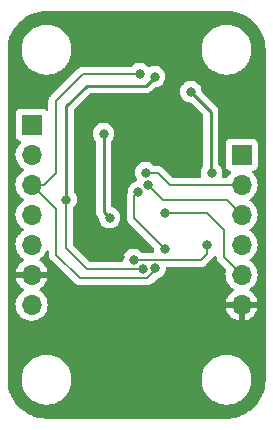
<source format=gbl>
%TF.GenerationSoftware,KiCad,Pcbnew,(6.0.4)*%
%TF.CreationDate,2022-04-27T14:48:19-04:00*%
%TF.ProjectId,bhi160_breakout,62686931-3630-45f6-9272-65616b6f7574,rev?*%
%TF.SameCoordinates,Original*%
%TF.FileFunction,Copper,L2,Bot*%
%TF.FilePolarity,Positive*%
%FSLAX46Y46*%
G04 Gerber Fmt 4.6, Leading zero omitted, Abs format (unit mm)*
G04 Created by KiCad (PCBNEW (6.0.4)) date 2022-04-27 14:48:19*
%MOMM*%
%LPD*%
G01*
G04 APERTURE LIST*
%TA.AperFunction,ComponentPad*%
%ADD10O,1.700000X1.700000*%
%TD*%
%TA.AperFunction,ComponentPad*%
%ADD11R,1.700000X1.700000*%
%TD*%
%TA.AperFunction,ViaPad*%
%ADD12C,0.800000*%
%TD*%
%TA.AperFunction,Conductor*%
%ADD13C,0.177800*%
%TD*%
%TA.AperFunction,Conductor*%
%ADD14C,0.250000*%
%TD*%
%TA.AperFunction,Conductor*%
%ADD15C,0.203200*%
%TD*%
G04 APERTURE END LIST*
D10*
%TO.P,J6,6,Pin_6*%
%TO.N,GND*%
X179070000Y-119380000D03*
%TO.P,J6,5,Pin_5*%
%TO.N,/ASCK*%
X179070000Y-116840000D03*
%TO.P,J6,4,Pin_4*%
%TO.N,/ASDA*%
X179070000Y-114300000D03*
%TO.P,J6,3,Pin_3*%
%TO.N,/SA_GPIO7*%
X179070000Y-111760000D03*
%TO.P,J6,2,Pin_2*%
%TO.N,/GPIO2*%
X179070000Y-109220000D03*
D11*
%TO.P,J6,1,Pin_1*%
%TO.N,/GPIO1*%
X179070000Y-106680000D03*
%TD*%
D10*
%TO.P,J5,7,Pin_7*%
%TO.N,GNDA*%
X161290000Y-119375000D03*
%TO.P,J5,6,Pin_6*%
%TO.N,GND*%
X161290000Y-116835000D03*
%TO.P,J5,5,Pin_5*%
%TO.N,/INT*%
X161290000Y-114295000D03*
%TO.P,J5,4,Pin_4*%
%TO.N,/SCK*%
X161290000Y-111755000D03*
%TO.P,J5,3,Pin_3*%
%TO.N,/SDA*%
X161290000Y-109215000D03*
%TO.P,J5,2,Pin_2*%
%TO.N,VDD*%
X161290000Y-106675000D03*
D11*
%TO.P,J5,1,Pin_1*%
%TO.N,VDDA*%
X161290000Y-104135000D03*
%TD*%
D12*
%TO.N,/SDA*%
X170434000Y-99822000D03*
%TO.N,/GPIO2*%
X170942000Y-108204000D03*
%TO.N,GND*%
X169400000Y-118600000D03*
%TO.N,/SDA*%
X171754800Y-116281200D03*
%TO.N,/SCK*%
X170738800Y-116382800D03*
%TO.N,GND*%
X168656000Y-101854000D03*
%TO.N,VDD*%
X174777400Y-101346000D03*
X176530000Y-108204000D03*
%TO.N,/ASCK*%
X172618400Y-111658400D03*
%TO.N,/SA_GPIO7*%
X171145200Y-109220000D03*
%TO.N,/SCK*%
X164211000Y-110490000D03*
%TO.N,Net-(C1-Pad1)*%
X170332400Y-109829600D03*
X172593000Y-114681000D03*
%TO.N,/ASDA*%
X176149000Y-114300000D03*
X169926000Y-115570000D03*
%TO.N,GND*%
X168783000Y-115316000D03*
X175260000Y-105664000D03*
X174650400Y-102616000D03*
X175133000Y-118110000D03*
X167005000Y-121920000D03*
%TO.N,/SCK*%
X171704000Y-100076000D03*
%TO.N,VDDA*%
X167386000Y-104902000D03*
X167894000Y-112014000D03*
%TD*%
D13*
%TO.N,/SDA*%
X162311000Y-109215000D02*
X161290000Y-109215000D01*
X163322000Y-108204000D02*
X162311000Y-109215000D01*
X163322000Y-102108000D02*
X163322000Y-108204000D01*
X165608000Y-99822000D02*
X163322000Y-102108000D01*
X170434000Y-99822000D02*
X165608000Y-99822000D01*
D14*
%TO.N,/SCK*%
X170942000Y-100838000D02*
X171704000Y-100076000D01*
X164236400Y-102590600D02*
X165989000Y-100838000D01*
X164236400Y-110464600D02*
X164236400Y-102590600D01*
X164211000Y-110490000D02*
X164236400Y-110464600D01*
X165989000Y-100838000D02*
X170942000Y-100838000D01*
%TO.N,VDDA*%
X167386000Y-111506000D02*
X167386000Y-104902000D01*
X167894000Y-112014000D02*
X167386000Y-111506000D01*
D13*
%TO.N,/GPIO2*%
X171958000Y-108204000D02*
X172974000Y-109220000D01*
X170942000Y-108204000D02*
X171958000Y-108204000D01*
X172974000Y-109220000D02*
X179070000Y-109220000D01*
D15*
%TO.N,/SA_GPIO7*%
X177800000Y-110490000D02*
X179070000Y-111760000D01*
X172415200Y-110490000D02*
X177800000Y-110490000D01*
X171145200Y-109220000D02*
X172415200Y-110490000D01*
D13*
%TO.N,Net-(C1-Pad1)*%
X170332400Y-109829600D02*
X169976800Y-110185200D01*
X169976800Y-110185200D02*
X169976800Y-112064800D01*
X169976800Y-112064800D02*
X172593000Y-114681000D01*
D14*
%TO.N,VDD*%
X176479200Y-108153200D02*
X176479200Y-103047800D01*
X176530000Y-108204000D02*
X176479200Y-108153200D01*
X176479200Y-103047800D02*
X174777400Y-101346000D01*
D13*
%TO.N,/ASCK*%
X177546000Y-115316000D02*
X179070000Y-116840000D01*
X177546000Y-113030000D02*
X177546000Y-115316000D01*
X176174400Y-111658400D02*
X177546000Y-113030000D01*
X172618400Y-111658400D02*
X176174400Y-111658400D01*
%TO.N,/SCK*%
X164211000Y-114579400D02*
X164211000Y-110490000D01*
X166014400Y-116382800D02*
X164211000Y-114579400D01*
X170738800Y-116382800D02*
X166014400Y-116382800D01*
%TO.N,/SDA*%
X163372800Y-115163600D02*
X163372800Y-111297800D01*
X163372800Y-111297800D02*
X161290000Y-109215000D01*
X165354000Y-117144800D02*
X163372800Y-115163600D01*
X171094400Y-117144800D02*
X165354000Y-117144800D01*
X171754800Y-116484400D02*
X171094400Y-117144800D01*
X171754800Y-116281200D02*
X171754800Y-116484400D01*
%TO.N,/ASDA*%
X176149000Y-115062000D02*
X176149000Y-114300000D01*
X175641000Y-115570000D02*
X176149000Y-115062000D01*
X169926000Y-115570000D02*
X175641000Y-115570000D01*
%TD*%
%TA.AperFunction,Conductor*%
%TO.N,GND*%
G36*
X177770018Y-94490000D02*
G01*
X177784851Y-94492310D01*
X177784855Y-94492310D01*
X177793724Y-94493691D01*
X177812436Y-94491244D01*
X177835366Y-94490353D01*
X178138503Y-94506240D01*
X178151617Y-94507618D01*
X178479898Y-94559613D01*
X178492798Y-94562355D01*
X178813846Y-94648379D01*
X178826382Y-94652453D01*
X179097468Y-94756513D01*
X179136672Y-94771562D01*
X179148720Y-94776926D01*
X179444867Y-94927820D01*
X179456288Y-94934414D01*
X179735040Y-95115437D01*
X179745710Y-95123190D01*
X180004004Y-95332352D01*
X180013805Y-95341177D01*
X180248823Y-95576195D01*
X180257648Y-95585996D01*
X180466810Y-95844290D01*
X180474563Y-95854960D01*
X180655586Y-96133712D01*
X180662180Y-96145133D01*
X180813074Y-96441280D01*
X180818438Y-96453328D01*
X180860313Y-96562414D01*
X180937545Y-96763610D01*
X180941621Y-96776154D01*
X181027645Y-97097202D01*
X181030387Y-97110102D01*
X181082382Y-97438383D01*
X181083760Y-97451500D01*
X181099262Y-97747298D01*
X181097935Y-97773273D01*
X181097691Y-97774843D01*
X181097691Y-97774849D01*
X181096309Y-97783724D01*
X181097473Y-97792626D01*
X181097473Y-97792628D01*
X181100436Y-97815283D01*
X181101500Y-97831621D01*
X181101500Y-125680633D01*
X181100000Y-125700018D01*
X181097690Y-125714851D01*
X181097690Y-125714855D01*
X181096309Y-125723724D01*
X181098136Y-125737693D01*
X181098756Y-125742433D01*
X181099647Y-125765366D01*
X181083760Y-126068501D01*
X181082382Y-126081617D01*
X181030387Y-126409898D01*
X181027645Y-126422798D01*
X180941621Y-126743846D01*
X180937547Y-126756382D01*
X180833487Y-127027468D01*
X180818438Y-127066672D01*
X180813074Y-127078720D01*
X180662180Y-127374867D01*
X180655586Y-127386288D01*
X180474563Y-127665040D01*
X180466810Y-127675710D01*
X180257648Y-127934004D01*
X180248823Y-127943805D01*
X180013805Y-128178823D01*
X180004004Y-128187648D01*
X179745710Y-128396810D01*
X179735040Y-128404563D01*
X179456288Y-128585586D01*
X179444867Y-128592180D01*
X179148720Y-128743074D01*
X179136671Y-128748438D01*
X178826382Y-128867547D01*
X178813846Y-128871621D01*
X178492798Y-128957645D01*
X178479898Y-128960387D01*
X178151617Y-129012382D01*
X178138501Y-129013760D01*
X178104848Y-129015524D01*
X177842702Y-129029262D01*
X177816727Y-129027935D01*
X177815157Y-129027691D01*
X177815151Y-129027691D01*
X177806276Y-129026309D01*
X177797374Y-129027473D01*
X177797372Y-129027473D01*
X177782323Y-129029441D01*
X177774714Y-129030436D01*
X177758379Y-129031500D01*
X162609367Y-129031500D01*
X162589982Y-129030000D01*
X162575149Y-129027690D01*
X162575145Y-129027690D01*
X162566276Y-129026309D01*
X162547564Y-129028756D01*
X162524634Y-129029647D01*
X162221497Y-129013760D01*
X162208383Y-129012382D01*
X161880102Y-128960387D01*
X161867202Y-128957645D01*
X161546154Y-128871621D01*
X161533618Y-128867547D01*
X161223329Y-128748438D01*
X161211280Y-128743074D01*
X160915133Y-128592180D01*
X160903712Y-128585586D01*
X160624960Y-128404563D01*
X160614290Y-128396810D01*
X160355996Y-128187648D01*
X160346195Y-128178823D01*
X160111177Y-127943805D01*
X160102352Y-127934004D01*
X159893190Y-127675710D01*
X159885437Y-127665040D01*
X159704414Y-127386288D01*
X159697820Y-127374867D01*
X159546926Y-127078720D01*
X159541562Y-127066672D01*
X159526513Y-127027468D01*
X159422453Y-126756382D01*
X159418379Y-126743846D01*
X159332355Y-126422798D01*
X159329613Y-126409898D01*
X159277618Y-126081617D01*
X159276240Y-126068501D01*
X159265454Y-125862703D01*
X160450743Y-125862703D01*
X160488268Y-126147734D01*
X160564129Y-126425036D01*
X160676923Y-126689476D01*
X160824561Y-126936161D01*
X161004313Y-127160528D01*
X161212851Y-127358423D01*
X161446317Y-127526186D01*
X161450112Y-127528195D01*
X161450113Y-127528196D01*
X161471869Y-127539715D01*
X161700392Y-127660712D01*
X161970373Y-127759511D01*
X162251264Y-127820755D01*
X162279841Y-127823004D01*
X162474282Y-127838307D01*
X162474291Y-127838307D01*
X162476739Y-127838500D01*
X162632271Y-127838500D01*
X162634407Y-127838354D01*
X162634418Y-127838354D01*
X162842548Y-127824165D01*
X162842554Y-127824164D01*
X162846825Y-127823873D01*
X162851020Y-127823004D01*
X162851022Y-127823004D01*
X162987583Y-127794724D01*
X163128342Y-127765574D01*
X163399343Y-127669607D01*
X163654812Y-127537750D01*
X163658313Y-127535289D01*
X163658317Y-127535287D01*
X163772417Y-127455096D01*
X163890023Y-127372441D01*
X164100622Y-127176740D01*
X164282713Y-126954268D01*
X164432927Y-126709142D01*
X164548483Y-126445898D01*
X164627244Y-126169406D01*
X164667751Y-125884784D01*
X164667845Y-125866951D01*
X164667867Y-125862703D01*
X175690743Y-125862703D01*
X175728268Y-126147734D01*
X175804129Y-126425036D01*
X175916923Y-126689476D01*
X176064561Y-126936161D01*
X176244313Y-127160528D01*
X176452851Y-127358423D01*
X176686317Y-127526186D01*
X176690112Y-127528195D01*
X176690113Y-127528196D01*
X176711869Y-127539715D01*
X176940392Y-127660712D01*
X177210373Y-127759511D01*
X177491264Y-127820755D01*
X177519841Y-127823004D01*
X177714282Y-127838307D01*
X177714291Y-127838307D01*
X177716739Y-127838500D01*
X177872271Y-127838500D01*
X177874407Y-127838354D01*
X177874418Y-127838354D01*
X178082548Y-127824165D01*
X178082554Y-127824164D01*
X178086825Y-127823873D01*
X178091020Y-127823004D01*
X178091022Y-127823004D01*
X178227583Y-127794724D01*
X178368342Y-127765574D01*
X178639343Y-127669607D01*
X178894812Y-127537750D01*
X178898313Y-127535289D01*
X178898317Y-127535287D01*
X179012417Y-127455096D01*
X179130023Y-127372441D01*
X179340622Y-127176740D01*
X179522713Y-126954268D01*
X179672927Y-126709142D01*
X179788483Y-126445898D01*
X179867244Y-126169406D01*
X179907751Y-125884784D01*
X179907845Y-125866951D01*
X179909235Y-125601583D01*
X179909235Y-125601576D01*
X179909257Y-125597297D01*
X179871732Y-125312266D01*
X179795871Y-125034964D01*
X179683077Y-124770524D01*
X179535439Y-124523839D01*
X179355687Y-124299472D01*
X179147149Y-124101577D01*
X178913683Y-123933814D01*
X178891843Y-123922250D01*
X178868654Y-123909972D01*
X178659608Y-123799288D01*
X178389627Y-123700489D01*
X178108736Y-123639245D01*
X178077685Y-123636801D01*
X177885718Y-123621693D01*
X177885709Y-123621693D01*
X177883261Y-123621500D01*
X177727729Y-123621500D01*
X177725593Y-123621646D01*
X177725582Y-123621646D01*
X177517452Y-123635835D01*
X177517446Y-123635836D01*
X177513175Y-123636127D01*
X177508980Y-123636996D01*
X177508978Y-123636996D01*
X177372416Y-123665277D01*
X177231658Y-123694426D01*
X176960657Y-123790393D01*
X176705188Y-123922250D01*
X176701687Y-123924711D01*
X176701683Y-123924713D01*
X176691594Y-123931804D01*
X176469977Y-124087559D01*
X176259378Y-124283260D01*
X176077287Y-124505732D01*
X175927073Y-124750858D01*
X175811517Y-125014102D01*
X175732756Y-125290594D01*
X175692249Y-125575216D01*
X175692227Y-125579505D01*
X175692226Y-125579512D01*
X175691195Y-125776416D01*
X175690743Y-125862703D01*
X164667867Y-125862703D01*
X164669235Y-125601583D01*
X164669235Y-125601576D01*
X164669257Y-125597297D01*
X164631732Y-125312266D01*
X164555871Y-125034964D01*
X164443077Y-124770524D01*
X164295439Y-124523839D01*
X164115687Y-124299472D01*
X163907149Y-124101577D01*
X163673683Y-123933814D01*
X163651843Y-123922250D01*
X163628654Y-123909972D01*
X163419608Y-123799288D01*
X163149627Y-123700489D01*
X162868736Y-123639245D01*
X162837685Y-123636801D01*
X162645718Y-123621693D01*
X162645709Y-123621693D01*
X162643261Y-123621500D01*
X162487729Y-123621500D01*
X162485593Y-123621646D01*
X162485582Y-123621646D01*
X162277452Y-123635835D01*
X162277446Y-123635836D01*
X162273175Y-123636127D01*
X162268980Y-123636996D01*
X162268978Y-123636996D01*
X162132416Y-123665277D01*
X161991658Y-123694426D01*
X161720657Y-123790393D01*
X161465188Y-123922250D01*
X161461687Y-123924711D01*
X161461683Y-123924713D01*
X161451594Y-123931804D01*
X161229977Y-124087559D01*
X161019378Y-124283260D01*
X160837287Y-124505732D01*
X160687073Y-124750858D01*
X160571517Y-125014102D01*
X160492756Y-125290594D01*
X160452249Y-125575216D01*
X160452227Y-125579505D01*
X160452226Y-125579512D01*
X160451195Y-125776416D01*
X160450743Y-125862703D01*
X159265454Y-125862703D01*
X159260932Y-125776413D01*
X159262506Y-125748910D01*
X159262770Y-125747341D01*
X159263576Y-125742552D01*
X159263729Y-125730000D01*
X159259773Y-125702376D01*
X159258500Y-125684514D01*
X159258500Y-119341695D01*
X159927251Y-119341695D01*
X159927548Y-119346848D01*
X159927548Y-119346851D01*
X159933011Y-119441590D01*
X159940110Y-119564715D01*
X159941247Y-119569761D01*
X159941248Y-119569767D01*
X159956733Y-119638475D01*
X159989222Y-119782639D01*
X160073266Y-119989616D01*
X160189987Y-120180088D01*
X160336250Y-120348938D01*
X160508126Y-120491632D01*
X160701000Y-120604338D01*
X160909692Y-120684030D01*
X160914760Y-120685061D01*
X160914763Y-120685062D01*
X161022017Y-120706883D01*
X161128597Y-120728567D01*
X161133772Y-120728757D01*
X161133774Y-120728757D01*
X161346673Y-120736564D01*
X161346677Y-120736564D01*
X161351837Y-120736753D01*
X161356957Y-120736097D01*
X161356959Y-120736097D01*
X161568288Y-120709025D01*
X161568289Y-120709025D01*
X161573416Y-120708368D01*
X161578366Y-120706883D01*
X161782429Y-120645661D01*
X161782434Y-120645659D01*
X161787384Y-120644174D01*
X161987994Y-120545896D01*
X162169860Y-120416173D01*
X162328096Y-120258489D01*
X162387594Y-120175689D01*
X162455435Y-120081277D01*
X162458453Y-120077077D01*
X162557430Y-119876811D01*
X162622370Y-119663069D01*
X162624358Y-119647966D01*
X177738257Y-119647966D01*
X177768565Y-119782446D01*
X177771645Y-119792275D01*
X177851770Y-119989603D01*
X177856413Y-119998794D01*
X177967694Y-120180388D01*
X177973777Y-120188699D01*
X178113213Y-120349667D01*
X178120580Y-120356883D01*
X178284434Y-120492916D01*
X178292881Y-120498831D01*
X178476756Y-120606279D01*
X178486042Y-120610729D01*
X178685001Y-120686703D01*
X178694899Y-120689579D01*
X178798250Y-120710606D01*
X178812299Y-120709410D01*
X178816000Y-120699065D01*
X178816000Y-120698517D01*
X179324000Y-120698517D01*
X179328064Y-120712359D01*
X179341478Y-120714393D01*
X179348184Y-120713534D01*
X179358262Y-120711392D01*
X179562255Y-120650191D01*
X179571842Y-120646433D01*
X179763095Y-120552739D01*
X179771945Y-120547464D01*
X179945328Y-120423792D01*
X179953200Y-120417139D01*
X180104052Y-120266812D01*
X180110730Y-120258965D01*
X180235003Y-120086020D01*
X180240313Y-120077183D01*
X180334670Y-119886267D01*
X180338469Y-119876672D01*
X180400377Y-119672910D01*
X180402555Y-119662837D01*
X180403986Y-119651962D01*
X180401775Y-119637778D01*
X180388617Y-119634000D01*
X179342115Y-119634000D01*
X179326876Y-119638475D01*
X179325671Y-119639865D01*
X179324000Y-119647548D01*
X179324000Y-120698517D01*
X178816000Y-120698517D01*
X178816000Y-119652115D01*
X178811525Y-119636876D01*
X178810135Y-119635671D01*
X178802452Y-119634000D01*
X177753225Y-119634000D01*
X177739694Y-119637973D01*
X177738257Y-119647966D01*
X162624358Y-119647966D01*
X162651529Y-119441590D01*
X162653156Y-119375000D01*
X162634852Y-119152361D01*
X162580431Y-118935702D01*
X162491354Y-118730840D01*
X162451906Y-118669862D01*
X162372822Y-118547617D01*
X162372820Y-118547614D01*
X162370014Y-118543277D01*
X162219670Y-118378051D01*
X162215619Y-118374852D01*
X162215615Y-118374848D01*
X162048414Y-118242800D01*
X162048410Y-118242798D01*
X162044359Y-118239598D01*
X162002569Y-118216529D01*
X161952598Y-118166097D01*
X161937826Y-118096654D01*
X161962942Y-118030248D01*
X161990294Y-118003641D01*
X162165328Y-117878792D01*
X162173200Y-117872139D01*
X162324052Y-117721812D01*
X162330730Y-117713965D01*
X162455003Y-117541020D01*
X162460313Y-117532183D01*
X162554670Y-117341267D01*
X162558469Y-117331672D01*
X162620377Y-117127910D01*
X162622555Y-117117837D01*
X162623986Y-117106962D01*
X162621775Y-117092778D01*
X162608617Y-117089000D01*
X159973225Y-117089000D01*
X159959694Y-117092973D01*
X159958257Y-117102966D01*
X159988565Y-117237446D01*
X159991645Y-117247275D01*
X160071770Y-117444603D01*
X160076413Y-117453794D01*
X160187694Y-117635388D01*
X160193777Y-117643699D01*
X160333213Y-117804667D01*
X160340580Y-117811883D01*
X160504434Y-117947916D01*
X160512881Y-117953831D01*
X160581969Y-117994203D01*
X160630693Y-118045842D01*
X160643764Y-118115625D01*
X160617033Y-118181396D01*
X160576584Y-118214752D01*
X160563607Y-118221507D01*
X160559474Y-118224610D01*
X160559471Y-118224612D01*
X160389100Y-118352530D01*
X160384965Y-118355635D01*
X160230629Y-118517138D01*
X160227715Y-118521410D01*
X160227714Y-118521411D01*
X160209838Y-118547617D01*
X160104743Y-118701680D01*
X160010688Y-118904305D01*
X159950989Y-119119570D01*
X159927251Y-119341695D01*
X159258500Y-119341695D01*
X159258500Y-114261695D01*
X159927251Y-114261695D01*
X159927548Y-114266848D01*
X159927548Y-114266851D01*
X159933490Y-114369908D01*
X159940110Y-114484715D01*
X159941247Y-114489761D01*
X159941248Y-114489767D01*
X159960768Y-114576380D01*
X159989222Y-114702639D01*
X160027461Y-114796811D01*
X160067373Y-114895102D01*
X160073266Y-114909616D01*
X160189987Y-115100088D01*
X160336250Y-115268938D01*
X160508126Y-115411632D01*
X160581955Y-115454774D01*
X160630679Y-115506412D01*
X160643750Y-115576195D01*
X160617019Y-115641967D01*
X160576562Y-115675327D01*
X160568457Y-115679546D01*
X160559738Y-115685036D01*
X160389433Y-115812905D01*
X160381726Y-115819748D01*
X160234590Y-115973717D01*
X160228104Y-115981727D01*
X160108098Y-116157649D01*
X160103000Y-116166623D01*
X160013338Y-116359783D01*
X160009775Y-116369470D01*
X159954389Y-116569183D01*
X159955912Y-116577607D01*
X159968292Y-116581000D01*
X162608344Y-116581000D01*
X162621875Y-116577027D01*
X162623180Y-116567947D01*
X162581214Y-116400875D01*
X162577894Y-116391124D01*
X162492972Y-116195814D01*
X162488105Y-116186739D01*
X162372426Y-116007926D01*
X162366136Y-115999757D01*
X162222806Y-115842240D01*
X162215273Y-115835215D01*
X162048139Y-115703222D01*
X162039556Y-115697520D01*
X162002602Y-115677120D01*
X161952631Y-115626687D01*
X161937859Y-115557245D01*
X161962975Y-115490839D01*
X161990327Y-115464232D01*
X162013797Y-115447491D01*
X162169860Y-115336173D01*
X162178881Y-115327184D01*
X162288494Y-115217953D01*
X162328096Y-115178489D01*
X162344679Y-115155412D01*
X162455435Y-115001277D01*
X162458453Y-114997077D01*
X162467454Y-114978866D01*
X162536443Y-114839275D01*
X162584556Y-114787068D01*
X162653257Y-114769161D01*
X162720734Y-114791239D01*
X162765562Y-114846293D01*
X162775400Y-114895102D01*
X162775400Y-115116186D01*
X162774322Y-115132633D01*
X162770245Y-115163600D01*
X162775400Y-115202755D01*
X162790777Y-115319553D01*
X162850972Y-115464877D01*
X162874482Y-115495516D01*
X162936389Y-115576195D01*
X162946729Y-115589671D01*
X162953282Y-115594699D01*
X162971515Y-115608690D01*
X162983906Y-115619557D01*
X164898039Y-117533690D01*
X164908907Y-117546081D01*
X164909058Y-117546277D01*
X164927929Y-117570871D01*
X165052723Y-117666628D01*
X165198047Y-117726823D01*
X165354000Y-117747355D01*
X165362188Y-117746277D01*
X165362189Y-117746277D01*
X165384969Y-117743278D01*
X165401415Y-117742200D01*
X171046986Y-117742200D01*
X171063433Y-117743278D01*
X171094400Y-117747355D01*
X171133555Y-117742200D01*
X171250353Y-117726823D01*
X171395677Y-117666628D01*
X171520471Y-117570871D01*
X171525494Y-117564325D01*
X171525498Y-117564321D01*
X171539489Y-117546088D01*
X171550354Y-117533698D01*
X171879854Y-117204197D01*
X171942754Y-117170045D01*
X172030630Y-117151367D01*
X172030633Y-117151366D01*
X172037088Y-117149994D01*
X172097855Y-117122939D01*
X172205522Y-117075003D01*
X172205524Y-117075002D01*
X172211552Y-117072318D01*
X172366053Y-116960066D01*
X172370475Y-116955155D01*
X172489421Y-116823052D01*
X172489422Y-116823051D01*
X172493840Y-116818144D01*
X172589327Y-116652756D01*
X172648342Y-116471128D01*
X172656063Y-116397672D01*
X172668304Y-116281200D01*
X172671110Y-116281495D01*
X172687616Y-116225279D01*
X172741272Y-116178786D01*
X172793614Y-116167400D01*
X175593586Y-116167400D01*
X175610033Y-116168478D01*
X175641000Y-116172555D01*
X175680155Y-116167400D01*
X175796953Y-116152023D01*
X175942277Y-116091828D01*
X176067071Y-115996071D01*
X176086090Y-115971285D01*
X176096957Y-115958894D01*
X176537890Y-115517961D01*
X176550281Y-115507093D01*
X176568525Y-115493094D01*
X176568526Y-115493093D01*
X176575071Y-115488071D01*
X176670828Y-115363277D01*
X176673987Y-115355649D01*
X176673990Y-115355645D01*
X176702465Y-115286898D01*
X176747013Y-115231616D01*
X176814376Y-115209195D01*
X176883167Y-115226753D01*
X176931546Y-115278714D01*
X176943796Y-115318668D01*
X176951054Y-115373794D01*
X176956353Y-115414047D01*
X176963977Y-115471953D01*
X177024172Y-115617277D01*
X177119929Y-115742071D01*
X177126482Y-115747099D01*
X177144715Y-115761090D01*
X177157106Y-115771957D01*
X177730862Y-116345713D01*
X177764888Y-116408025D01*
X177763184Y-116468480D01*
X177730989Y-116584570D01*
X177707251Y-116806695D01*
X177707548Y-116811848D01*
X177707548Y-116811851D01*
X177713011Y-116906590D01*
X177720110Y-117029715D01*
X177721247Y-117034761D01*
X177721248Y-117034767D01*
X177742275Y-117128069D01*
X177769222Y-117247639D01*
X177853266Y-117454616D01*
X177855965Y-117459020D01*
X177920496Y-117564325D01*
X177969987Y-117645088D01*
X178116250Y-117813938D01*
X178186354Y-117872139D01*
X178277628Y-117947916D01*
X178288126Y-117956632D01*
X178352421Y-117994203D01*
X178361955Y-117999774D01*
X178410679Y-118051412D01*
X178423750Y-118121195D01*
X178397019Y-118186967D01*
X178356562Y-118220327D01*
X178348457Y-118224546D01*
X178339738Y-118230036D01*
X178169433Y-118357905D01*
X178161726Y-118364748D01*
X178014590Y-118518717D01*
X178008104Y-118526727D01*
X177888098Y-118702649D01*
X177883000Y-118711623D01*
X177793338Y-118904783D01*
X177789775Y-118914470D01*
X177734389Y-119114183D01*
X177735912Y-119122607D01*
X177748292Y-119126000D01*
X180388344Y-119126000D01*
X180401875Y-119122027D01*
X180403180Y-119112947D01*
X180361214Y-118945875D01*
X180357894Y-118936124D01*
X180272972Y-118740814D01*
X180268105Y-118731739D01*
X180152426Y-118552926D01*
X180146136Y-118544757D01*
X180002806Y-118387240D01*
X179995273Y-118380215D01*
X179828139Y-118248222D01*
X179819556Y-118242520D01*
X179782602Y-118222120D01*
X179732631Y-118171687D01*
X179717859Y-118102245D01*
X179742975Y-118035839D01*
X179770327Y-118009232D01*
X179793797Y-117992491D01*
X179949860Y-117881173D01*
X180108096Y-117723489D01*
X180167594Y-117640689D01*
X180235435Y-117546277D01*
X180238453Y-117542077D01*
X180286628Y-117444603D01*
X180335136Y-117346453D01*
X180335137Y-117346451D01*
X180337430Y-117341811D01*
X180369900Y-117234940D01*
X180400865Y-117133023D01*
X180400865Y-117133021D01*
X180402370Y-117128069D01*
X180431529Y-116906590D01*
X180433156Y-116840000D01*
X180414852Y-116617361D01*
X180360431Y-116400702D01*
X180271354Y-116195840D01*
X180204066Y-116091828D01*
X180152822Y-116012617D01*
X180152820Y-116012614D01*
X180150014Y-116008277D01*
X179999670Y-115843051D01*
X179995619Y-115839852D01*
X179995615Y-115839848D01*
X179828414Y-115707800D01*
X179828410Y-115707798D01*
X179824359Y-115704598D01*
X179783053Y-115681796D01*
X179733084Y-115631364D01*
X179718312Y-115561921D01*
X179743428Y-115495516D01*
X179770780Y-115468909D01*
X179847695Y-115414046D01*
X179949860Y-115341173D01*
X179979774Y-115311364D01*
X180031209Y-115260107D01*
X180108096Y-115183489D01*
X180165222Y-115103990D01*
X180235435Y-115006277D01*
X180238453Y-115002077D01*
X180253022Y-114972600D01*
X180335136Y-114806453D01*
X180335137Y-114806451D01*
X180337430Y-114801811D01*
X180402370Y-114588069D01*
X180431529Y-114366590D01*
X180431651Y-114361590D01*
X180433074Y-114303365D01*
X180433074Y-114303361D01*
X180433156Y-114300000D01*
X180414852Y-114077361D01*
X180360431Y-113860702D01*
X180271354Y-113655840D01*
X180221520Y-113578808D01*
X180152822Y-113472617D01*
X180152820Y-113472614D01*
X180150014Y-113468277D01*
X179999670Y-113303051D01*
X179995619Y-113299852D01*
X179995615Y-113299848D01*
X179828414Y-113167800D01*
X179828410Y-113167798D01*
X179824359Y-113164598D01*
X179783053Y-113141796D01*
X179733084Y-113091364D01*
X179718312Y-113021921D01*
X179743428Y-112955516D01*
X179770780Y-112928909D01*
X179847694Y-112874047D01*
X179949860Y-112801173D01*
X180108096Y-112643489D01*
X180163131Y-112566900D01*
X180235435Y-112466277D01*
X180238453Y-112462077D01*
X180273444Y-112391279D01*
X180335136Y-112266453D01*
X180335137Y-112266451D01*
X180337430Y-112261811D01*
X180397287Y-112064800D01*
X180400865Y-112053023D01*
X180400865Y-112053021D01*
X180402370Y-112048069D01*
X180431529Y-111826590D01*
X180432376Y-111791942D01*
X180433074Y-111763365D01*
X180433074Y-111763361D01*
X180433156Y-111760000D01*
X180414852Y-111537361D01*
X180360431Y-111320702D01*
X180271354Y-111115840D01*
X180220489Y-111037215D01*
X180152822Y-110932617D01*
X180152820Y-110932614D01*
X180150014Y-110928277D01*
X179999670Y-110763051D01*
X179995619Y-110759852D01*
X179995615Y-110759848D01*
X179828414Y-110627800D01*
X179828410Y-110627798D01*
X179824359Y-110624598D01*
X179783053Y-110601796D01*
X179733084Y-110551364D01*
X179718312Y-110481921D01*
X179743428Y-110415516D01*
X179770780Y-110388909D01*
X179847420Y-110334242D01*
X179949860Y-110261173D01*
X180108096Y-110103489D01*
X180165222Y-110023990D01*
X180235435Y-109926277D01*
X180238453Y-109922077D01*
X180258705Y-109881101D01*
X180335136Y-109726453D01*
X180335137Y-109726451D01*
X180337430Y-109721811D01*
X180402370Y-109508069D01*
X180431529Y-109286590D01*
X180433156Y-109220000D01*
X180414852Y-108997361D01*
X180360431Y-108780702D01*
X180271354Y-108575840D01*
X180208491Y-108478668D01*
X180152822Y-108392617D01*
X180152820Y-108392614D01*
X180150014Y-108388277D01*
X180146532Y-108384450D01*
X180002798Y-108226488D01*
X179971746Y-108162642D01*
X179980141Y-108092143D01*
X180025317Y-108037375D01*
X180051761Y-108023706D01*
X180158297Y-107983767D01*
X180166705Y-107980615D01*
X180283261Y-107893261D01*
X180370615Y-107776705D01*
X180421745Y-107640316D01*
X180428500Y-107578134D01*
X180428500Y-105781866D01*
X180421745Y-105719684D01*
X180370615Y-105583295D01*
X180283261Y-105466739D01*
X180166705Y-105379385D01*
X180030316Y-105328255D01*
X179968134Y-105321500D01*
X178171866Y-105321500D01*
X178109684Y-105328255D01*
X177973295Y-105379385D01*
X177856739Y-105466739D01*
X177769385Y-105583295D01*
X177718255Y-105719684D01*
X177711500Y-105781866D01*
X177711500Y-107578134D01*
X177718255Y-107640316D01*
X177769385Y-107776705D01*
X177856739Y-107893261D01*
X177973295Y-107980615D01*
X177981704Y-107983767D01*
X177981705Y-107983768D01*
X178090451Y-108024535D01*
X178147216Y-108067176D01*
X178171916Y-108133738D01*
X178156709Y-108203087D01*
X178137316Y-108229568D01*
X178010629Y-108362138D01*
X177884743Y-108546680D01*
X177882563Y-108551377D01*
X177880012Y-108555867D01*
X177878609Y-108555070D01*
X177836543Y-108603016D01*
X177769077Y-108622600D01*
X177522666Y-108622600D01*
X177454545Y-108602598D01*
X177408052Y-108548942D01*
X177397948Y-108478668D01*
X177402833Y-108457664D01*
X177421502Y-108400206D01*
X177423542Y-108393928D01*
X177428632Y-108345505D01*
X177442814Y-108210565D01*
X177443504Y-108204000D01*
X177436119Y-108133738D01*
X177424232Y-108020635D01*
X177424232Y-108020633D01*
X177423542Y-108014072D01*
X177364527Y-107832444D01*
X177269040Y-107667056D01*
X177145063Y-107529365D01*
X177114347Y-107465360D01*
X177112700Y-107445057D01*
X177112700Y-103126568D01*
X177113227Y-103115385D01*
X177114902Y-103107892D01*
X177112762Y-103039801D01*
X177112700Y-103035844D01*
X177112700Y-103007944D01*
X177112196Y-103003953D01*
X177111263Y-102992111D01*
X177110123Y-102955836D01*
X177109874Y-102947911D01*
X177104607Y-102929782D01*
X177104221Y-102928452D01*
X177100212Y-102909093D01*
X177099719Y-102905194D01*
X177097674Y-102889003D01*
X177094758Y-102881637D01*
X177094756Y-102881631D01*
X177081400Y-102847898D01*
X177077555Y-102836668D01*
X177067430Y-102801817D01*
X177067430Y-102801816D01*
X177065219Y-102794207D01*
X177054905Y-102776766D01*
X177046208Y-102759013D01*
X177041672Y-102747558D01*
X177038752Y-102740183D01*
X177012763Y-102704412D01*
X177006247Y-102694492D01*
X176987778Y-102663263D01*
X176983742Y-102656438D01*
X176969421Y-102642117D01*
X176956580Y-102627083D01*
X176949331Y-102617106D01*
X176944672Y-102610693D01*
X176910595Y-102582502D01*
X176901816Y-102574512D01*
X175724522Y-101397217D01*
X175690496Y-101334905D01*
X175688307Y-101321292D01*
X175671632Y-101162635D01*
X175671632Y-101162633D01*
X175670942Y-101156072D01*
X175611927Y-100974444D01*
X175516440Y-100809056D01*
X175471144Y-100758749D01*
X175393075Y-100672045D01*
X175393074Y-100672044D01*
X175388653Y-100667134D01*
X175234152Y-100554882D01*
X175228124Y-100552198D01*
X175228122Y-100552197D01*
X175065719Y-100479891D01*
X175065718Y-100479891D01*
X175059688Y-100477206D01*
X174947121Y-100453279D01*
X174879344Y-100438872D01*
X174879339Y-100438872D01*
X174872887Y-100437500D01*
X174681913Y-100437500D01*
X174675461Y-100438872D01*
X174675456Y-100438872D01*
X174607679Y-100453279D01*
X174495112Y-100477206D01*
X174489082Y-100479891D01*
X174489081Y-100479891D01*
X174326678Y-100552197D01*
X174326676Y-100552198D01*
X174320648Y-100554882D01*
X174166147Y-100667134D01*
X174161726Y-100672044D01*
X174161725Y-100672045D01*
X174083657Y-100758749D01*
X174038360Y-100809056D01*
X173942873Y-100974444D01*
X173883858Y-101156072D01*
X173863896Y-101346000D01*
X173864586Y-101352565D01*
X173875612Y-101457468D01*
X173883858Y-101535928D01*
X173942873Y-101717556D01*
X174038360Y-101882944D01*
X174042778Y-101887851D01*
X174042779Y-101887852D01*
X174107954Y-101960236D01*
X174166147Y-102024866D01*
X174320648Y-102137118D01*
X174326676Y-102139802D01*
X174326678Y-102139803D01*
X174489081Y-102212109D01*
X174495112Y-102214794D01*
X174588512Y-102234647D01*
X174675456Y-102253128D01*
X174675461Y-102253128D01*
X174681913Y-102254500D01*
X174737806Y-102254500D01*
X174805927Y-102274502D01*
X174826901Y-102291405D01*
X175808795Y-103273299D01*
X175842821Y-103335611D01*
X175845700Y-103362394D01*
X175845700Y-107557895D01*
X175825698Y-107626016D01*
X175813341Y-107642199D01*
X175790960Y-107667056D01*
X175695473Y-107832444D01*
X175636458Y-108014072D01*
X175635768Y-108020633D01*
X175635768Y-108020635D01*
X175623881Y-108133738D01*
X175616496Y-108204000D01*
X175617186Y-108210565D01*
X175631369Y-108345505D01*
X175636458Y-108393928D01*
X175638498Y-108400206D01*
X175657167Y-108457664D01*
X175659194Y-108528632D01*
X175622532Y-108589429D01*
X175558820Y-108620755D01*
X175537334Y-108622600D01*
X173273641Y-108622600D01*
X173205520Y-108602598D01*
X173184546Y-108585695D01*
X172413961Y-107815110D01*
X172403093Y-107802719D01*
X172389094Y-107784475D01*
X172389093Y-107784474D01*
X172384071Y-107777929D01*
X172259277Y-107682172D01*
X172113953Y-107621977D01*
X171997155Y-107606600D01*
X171958000Y-107601445D01*
X171949812Y-107602523D01*
X171949811Y-107602523D01*
X171927031Y-107605522D01*
X171910585Y-107606600D01*
X171682703Y-107606600D01*
X171614582Y-107586598D01*
X171589072Y-107564915D01*
X171553253Y-107525134D01*
X171398752Y-107412882D01*
X171392724Y-107410198D01*
X171392722Y-107410197D01*
X171230319Y-107337891D01*
X171230318Y-107337891D01*
X171224288Y-107335206D01*
X171130888Y-107315353D01*
X171043944Y-107296872D01*
X171043939Y-107296872D01*
X171037487Y-107295500D01*
X170846513Y-107295500D01*
X170840061Y-107296872D01*
X170840056Y-107296872D01*
X170753113Y-107315353D01*
X170659712Y-107335206D01*
X170653682Y-107337891D01*
X170653681Y-107337891D01*
X170491278Y-107410197D01*
X170491276Y-107410198D01*
X170485248Y-107412882D01*
X170330747Y-107525134D01*
X170326326Y-107530044D01*
X170326325Y-107530045D01*
X170219274Y-107648938D01*
X170202960Y-107667056D01*
X170107473Y-107832444D01*
X170048458Y-108014072D01*
X170047768Y-108020633D01*
X170047768Y-108020635D01*
X170035881Y-108133738D01*
X170028496Y-108204000D01*
X170029186Y-108210565D01*
X170043369Y-108345505D01*
X170048458Y-108393928D01*
X170107473Y-108575556D01*
X170110776Y-108581278D01*
X170110777Y-108581279D01*
X170123086Y-108602598D01*
X170202960Y-108740944D01*
X170207379Y-108745852D01*
X170207579Y-108746127D01*
X170231437Y-108812995D01*
X170215355Y-108882146D01*
X170164441Y-108931626D01*
X170131839Y-108943433D01*
X170056578Y-108959431D01*
X170056573Y-108959433D01*
X170050112Y-108960806D01*
X170044082Y-108963491D01*
X170044081Y-108963491D01*
X169881678Y-109035797D01*
X169881676Y-109035798D01*
X169875648Y-109038482D01*
X169870307Y-109042362D01*
X169870306Y-109042363D01*
X169820243Y-109078736D01*
X169721147Y-109150734D01*
X169716726Y-109155644D01*
X169716725Y-109155645D01*
X169661800Y-109216646D01*
X169593360Y-109292656D01*
X169497873Y-109458044D01*
X169438858Y-109639672D01*
X169438168Y-109646233D01*
X169438168Y-109646235D01*
X169420178Y-109817400D01*
X169418896Y-109829600D01*
X169419586Y-109836165D01*
X169427406Y-109910573D01*
X169418505Y-109971960D01*
X169400393Y-110015689D01*
X169394777Y-110029247D01*
X169374245Y-110185200D01*
X169375323Y-110193388D01*
X169375323Y-110193389D01*
X169378322Y-110216169D01*
X169379400Y-110232615D01*
X169379400Y-112017386D01*
X169378322Y-112033833D01*
X169374245Y-112064800D01*
X169375323Y-112072988D01*
X169384577Y-112143274D01*
X169384577Y-112143275D01*
X169391081Y-112192675D01*
X169394777Y-112220753D01*
X169397936Y-112228380D01*
X169397937Y-112228383D01*
X169417579Y-112275802D01*
X169454972Y-112366077D01*
X169459999Y-112372628D01*
X169531858Y-112466277D01*
X169550729Y-112490871D01*
X169557282Y-112495899D01*
X169575515Y-112509890D01*
X169587906Y-112520757D01*
X171643529Y-114576380D01*
X171677555Y-114638692D01*
X171679148Y-114667830D01*
X171680186Y-114667830D01*
X171680186Y-114674435D01*
X171679496Y-114681000D01*
X171692682Y-114806453D01*
X171695517Y-114833429D01*
X171682745Y-114903268D01*
X171634243Y-114955115D01*
X171570207Y-114972600D01*
X170666703Y-114972600D01*
X170598582Y-114952598D01*
X170573072Y-114930915D01*
X170537253Y-114891134D01*
X170414311Y-114801811D01*
X170388094Y-114782763D01*
X170388093Y-114782762D01*
X170382752Y-114778882D01*
X170376724Y-114776198D01*
X170376722Y-114776197D01*
X170214319Y-114703891D01*
X170214318Y-114703891D01*
X170208288Y-114701206D01*
X170095721Y-114677279D01*
X170027944Y-114662872D01*
X170027939Y-114662872D01*
X170021487Y-114661500D01*
X169830513Y-114661500D01*
X169824061Y-114662872D01*
X169824056Y-114662872D01*
X169756279Y-114677279D01*
X169643712Y-114701206D01*
X169637682Y-114703891D01*
X169637681Y-114703891D01*
X169475278Y-114776197D01*
X169475276Y-114776198D01*
X169469248Y-114778882D01*
X169463907Y-114782762D01*
X169463906Y-114782763D01*
X169437689Y-114801811D01*
X169314747Y-114891134D01*
X169310326Y-114896044D01*
X169310325Y-114896045D01*
X169214854Y-115002077D01*
X169186960Y-115033056D01*
X169091473Y-115198444D01*
X169032458Y-115380072D01*
X169031768Y-115386633D01*
X169031768Y-115386635D01*
X169023545Y-115464877D01*
X169012496Y-115570000D01*
X169013186Y-115576565D01*
X169020508Y-115646230D01*
X169007736Y-115716068D01*
X168959234Y-115767915D01*
X168895198Y-115785400D01*
X166314042Y-115785400D01*
X166245921Y-115765398D01*
X166224947Y-115748495D01*
X164845305Y-114368854D01*
X164811280Y-114306542D01*
X164808400Y-114279759D01*
X164808400Y-111232617D01*
X164828402Y-111164496D01*
X164840757Y-111148315D01*
X164950040Y-111026944D01*
X165031212Y-110886350D01*
X165042223Y-110867279D01*
X165042224Y-110867278D01*
X165045527Y-110861556D01*
X165104542Y-110679928D01*
X165110620Y-110622104D01*
X165123814Y-110496565D01*
X165124504Y-110490000D01*
X165112044Y-110371452D01*
X165105232Y-110306635D01*
X165105232Y-110306633D01*
X165104542Y-110300072D01*
X165045527Y-110118444D01*
X164950040Y-109953056D01*
X164902262Y-109899993D01*
X164871546Y-109835987D01*
X164869900Y-109815685D01*
X164869900Y-104902000D01*
X166472496Y-104902000D01*
X166473186Y-104908565D01*
X166486636Y-105036531D01*
X166492458Y-105091928D01*
X166551473Y-105273556D01*
X166554776Y-105279278D01*
X166554777Y-105279279D01*
X166579367Y-105321869D01*
X166646960Y-105438944D01*
X166720137Y-105520215D01*
X166750853Y-105584221D01*
X166752500Y-105604524D01*
X166752500Y-111427233D01*
X166751973Y-111438416D01*
X166750298Y-111445909D01*
X166750547Y-111453835D01*
X166750547Y-111453836D01*
X166752438Y-111513986D01*
X166752500Y-111517945D01*
X166752500Y-111545856D01*
X166752997Y-111549790D01*
X166752997Y-111549791D01*
X166753005Y-111549856D01*
X166753938Y-111561693D01*
X166755327Y-111605889D01*
X166760978Y-111625339D01*
X166764987Y-111644700D01*
X166767526Y-111664797D01*
X166770445Y-111672168D01*
X166770445Y-111672170D01*
X166783804Y-111705912D01*
X166787649Y-111717142D01*
X166799982Y-111759593D01*
X166804015Y-111766412D01*
X166804017Y-111766417D01*
X166810293Y-111777028D01*
X166818988Y-111794776D01*
X166826448Y-111813617D01*
X166831110Y-111820033D01*
X166831110Y-111820034D01*
X166852436Y-111849387D01*
X166858952Y-111859307D01*
X166881458Y-111897362D01*
X166895779Y-111911683D01*
X166908619Y-111926716D01*
X166920528Y-111943107D01*
X166926632Y-111948156D01*
X166926636Y-111948161D01*
X166938425Y-111957913D01*
X166978164Y-112016747D01*
X166983421Y-112041828D01*
X167000458Y-112203928D01*
X167059473Y-112385556D01*
X167154960Y-112550944D01*
X167159378Y-112555851D01*
X167159379Y-112555852D01*
X167202668Y-112603929D01*
X167282747Y-112692866D01*
X167339278Y-112733938D01*
X167429063Y-112799171D01*
X167437248Y-112805118D01*
X167443276Y-112807802D01*
X167443278Y-112807803D01*
X167605681Y-112880109D01*
X167611712Y-112882794D01*
X167689804Y-112899393D01*
X167792056Y-112921128D01*
X167792061Y-112921128D01*
X167798513Y-112922500D01*
X167989487Y-112922500D01*
X167995939Y-112921128D01*
X167995944Y-112921128D01*
X168098196Y-112899393D01*
X168176288Y-112882794D01*
X168182319Y-112880109D01*
X168344722Y-112807803D01*
X168344724Y-112807802D01*
X168350752Y-112805118D01*
X168358938Y-112799171D01*
X168448722Y-112733938D01*
X168505253Y-112692866D01*
X168585332Y-112603929D01*
X168628621Y-112555852D01*
X168628622Y-112555851D01*
X168633040Y-112550944D01*
X168728527Y-112385556D01*
X168787542Y-112203928D01*
X168805420Y-112033833D01*
X168806814Y-112020565D01*
X168807504Y-112014000D01*
X168800753Y-111949767D01*
X168788232Y-111830635D01*
X168788232Y-111830633D01*
X168787542Y-111824072D01*
X168728527Y-111642444D01*
X168718652Y-111625339D01*
X168655500Y-111515958D01*
X168633040Y-111477056D01*
X168565948Y-111402542D01*
X168509675Y-111340045D01*
X168509674Y-111340044D01*
X168505253Y-111335134D01*
X168350752Y-111222882D01*
X168344724Y-111220198D01*
X168344722Y-111220197D01*
X168219614Y-111164496D01*
X168176288Y-111145206D01*
X168119302Y-111133093D01*
X168056829Y-111099365D01*
X168022508Y-111037215D01*
X168019500Y-111009847D01*
X168019500Y-105604524D01*
X168039502Y-105536403D01*
X168051858Y-105520221D01*
X168125040Y-105438944D01*
X168192633Y-105321869D01*
X168217223Y-105279279D01*
X168217224Y-105279278D01*
X168220527Y-105273556D01*
X168279542Y-105091928D01*
X168285365Y-105036531D01*
X168298814Y-104908565D01*
X168299504Y-104902000D01*
X168279542Y-104712072D01*
X168220527Y-104530444D01*
X168125040Y-104365056D01*
X167997253Y-104223134D01*
X167842752Y-104110882D01*
X167836724Y-104108198D01*
X167836722Y-104108197D01*
X167674319Y-104035891D01*
X167674318Y-104035891D01*
X167668288Y-104033206D01*
X167574887Y-104013353D01*
X167487944Y-103994872D01*
X167487939Y-103994872D01*
X167481487Y-103993500D01*
X167290513Y-103993500D01*
X167284061Y-103994872D01*
X167284056Y-103994872D01*
X167197112Y-104013353D01*
X167103712Y-104033206D01*
X167097682Y-104035891D01*
X167097681Y-104035891D01*
X166935278Y-104108197D01*
X166935276Y-104108198D01*
X166929248Y-104110882D01*
X166774747Y-104223134D01*
X166646960Y-104365056D01*
X166551473Y-104530444D01*
X166492458Y-104712072D01*
X166472496Y-104902000D01*
X164869900Y-104902000D01*
X164869900Y-102905194D01*
X164889902Y-102837073D01*
X164906805Y-102816099D01*
X166214499Y-101508405D01*
X166276811Y-101474379D01*
X166303594Y-101471500D01*
X170863233Y-101471500D01*
X170874416Y-101472027D01*
X170881909Y-101473702D01*
X170889835Y-101473453D01*
X170889836Y-101473453D01*
X170949986Y-101471562D01*
X170953945Y-101471500D01*
X170981856Y-101471500D01*
X170985791Y-101471003D01*
X170985856Y-101470995D01*
X170997693Y-101470062D01*
X171029951Y-101469048D01*
X171033970Y-101468922D01*
X171041889Y-101468673D01*
X171061343Y-101463021D01*
X171080700Y-101459013D01*
X171092930Y-101457468D01*
X171092931Y-101457468D01*
X171100797Y-101456474D01*
X171108168Y-101453555D01*
X171108170Y-101453555D01*
X171141912Y-101440196D01*
X171153142Y-101436351D01*
X171187983Y-101426229D01*
X171187984Y-101426229D01*
X171195593Y-101424018D01*
X171202412Y-101419985D01*
X171202417Y-101419983D01*
X171213028Y-101413707D01*
X171230776Y-101405012D01*
X171249617Y-101397552D01*
X171285387Y-101371564D01*
X171295307Y-101365048D01*
X171326535Y-101346580D01*
X171326538Y-101346578D01*
X171333362Y-101342542D01*
X171347683Y-101328221D01*
X171362717Y-101315380D01*
X171372693Y-101308132D01*
X171379107Y-101303472D01*
X171407293Y-101269401D01*
X171415282Y-101260622D01*
X171654499Y-101021405D01*
X171716811Y-100987379D01*
X171743594Y-100984500D01*
X171799487Y-100984500D01*
X171805939Y-100983128D01*
X171805944Y-100983128D01*
X171892888Y-100964647D01*
X171986288Y-100944794D01*
X171992319Y-100942109D01*
X172154722Y-100869803D01*
X172154724Y-100869802D01*
X172160752Y-100867118D01*
X172315253Y-100754866D01*
X172394247Y-100667134D01*
X172438621Y-100617852D01*
X172438622Y-100617851D01*
X172443040Y-100612944D01*
X172538527Y-100447556D01*
X172597542Y-100265928D01*
X172617504Y-100076000D01*
X172597542Y-99886072D01*
X172538527Y-99704444D01*
X172443040Y-99539056D01*
X172336676Y-99420926D01*
X172319675Y-99402045D01*
X172319674Y-99402044D01*
X172315253Y-99397134D01*
X172181797Y-99300172D01*
X172166094Y-99288763D01*
X172166093Y-99288762D01*
X172160752Y-99284882D01*
X172154724Y-99282198D01*
X172154722Y-99282197D01*
X171992319Y-99209891D01*
X171992318Y-99209891D01*
X171986288Y-99207206D01*
X171871985Y-99182910D01*
X171805944Y-99168872D01*
X171805939Y-99168872D01*
X171799487Y-99167500D01*
X171608513Y-99167500D01*
X171602061Y-99168872D01*
X171602056Y-99168872D01*
X171536015Y-99182910D01*
X171421712Y-99207206D01*
X171415685Y-99209889D01*
X171415677Y-99209892D01*
X171277792Y-99271282D01*
X171207425Y-99280716D01*
X171143128Y-99250609D01*
X171132908Y-99240485D01*
X171049675Y-99148045D01*
X171049674Y-99148044D01*
X171045253Y-99143134D01*
X170890752Y-99030882D01*
X170884724Y-99028198D01*
X170884722Y-99028197D01*
X170722319Y-98955891D01*
X170722318Y-98955891D01*
X170716288Y-98953206D01*
X170622887Y-98933353D01*
X170535944Y-98914872D01*
X170535939Y-98914872D01*
X170529487Y-98913500D01*
X170338513Y-98913500D01*
X170332061Y-98914872D01*
X170332056Y-98914872D01*
X170245113Y-98933353D01*
X170151712Y-98953206D01*
X170145682Y-98955891D01*
X170145681Y-98955891D01*
X169983278Y-99028197D01*
X169983276Y-99028198D01*
X169977248Y-99030882D01*
X169822747Y-99143134D01*
X169786931Y-99182912D01*
X169726488Y-99220150D01*
X169693297Y-99224600D01*
X165655414Y-99224600D01*
X165638967Y-99223522D01*
X165616188Y-99220523D01*
X165608000Y-99219445D01*
X165568845Y-99224600D01*
X165452047Y-99239977D01*
X165306723Y-99300172D01*
X165181929Y-99395929D01*
X165176901Y-99402482D01*
X165162910Y-99420715D01*
X165152043Y-99433106D01*
X162933110Y-101652039D01*
X162920719Y-101662907D01*
X162895929Y-101681929D01*
X162810469Y-101793304D01*
X162800172Y-101806723D01*
X162739977Y-101952047D01*
X162719445Y-102108000D01*
X162720523Y-102116188D01*
X162720523Y-102116189D01*
X162723522Y-102138969D01*
X162724600Y-102155415D01*
X162724600Y-102840687D01*
X162704598Y-102908808D01*
X162650942Y-102955301D01*
X162580668Y-102965405D01*
X162516088Y-102935911D01*
X162509505Y-102929782D01*
X162508642Y-102928919D01*
X162503261Y-102921739D01*
X162386705Y-102834385D01*
X162250316Y-102783255D01*
X162188134Y-102776500D01*
X160391866Y-102776500D01*
X160329684Y-102783255D01*
X160193295Y-102834385D01*
X160076739Y-102921739D01*
X159989385Y-103038295D01*
X159938255Y-103174684D01*
X159931500Y-103236866D01*
X159931500Y-105033134D01*
X159938255Y-105095316D01*
X159989385Y-105231705D01*
X160076739Y-105348261D01*
X160193295Y-105435615D01*
X160201704Y-105438767D01*
X160201705Y-105438768D01*
X160310451Y-105479535D01*
X160367216Y-105522176D01*
X160391916Y-105588738D01*
X160376709Y-105658087D01*
X160357316Y-105684568D01*
X160230629Y-105817138D01*
X160104743Y-106001680D01*
X160010688Y-106204305D01*
X159950989Y-106419570D01*
X159927251Y-106641695D01*
X159940110Y-106864715D01*
X159941247Y-106869761D01*
X159941248Y-106869767D01*
X159962275Y-106963069D01*
X159989222Y-107082639D01*
X160027461Y-107176811D01*
X160066936Y-107274026D01*
X160073266Y-107289616D01*
X160102849Y-107337891D01*
X160180962Y-107465360D01*
X160189987Y-107480088D01*
X160336250Y-107648938D01*
X160508126Y-107791632D01*
X160538300Y-107809264D01*
X160581445Y-107834476D01*
X160630169Y-107886114D01*
X160643240Y-107955897D01*
X160616509Y-108021669D01*
X160576055Y-108055027D01*
X160563607Y-108061507D01*
X160559474Y-108064610D01*
X160559471Y-108064612D01*
X160389100Y-108192530D01*
X160384965Y-108195635D01*
X160230629Y-108357138D01*
X160227715Y-108361410D01*
X160227714Y-108361411D01*
X160201250Y-108400206D01*
X160104743Y-108541680D01*
X160088887Y-108575840D01*
X160014904Y-108735223D01*
X160010688Y-108744305D01*
X159950989Y-108959570D01*
X159927251Y-109181695D01*
X159927548Y-109186848D01*
X159927548Y-109186851D01*
X159939812Y-109399547D01*
X159940110Y-109404715D01*
X159941247Y-109409761D01*
X159941248Y-109409767D01*
X159952128Y-109458044D01*
X159989222Y-109622639D01*
X160014281Y-109684352D01*
X160068306Y-109817400D01*
X160073266Y-109829616D01*
X160189987Y-110020088D01*
X160336250Y-110188938D01*
X160508126Y-110331632D01*
X160558086Y-110360826D01*
X160581445Y-110374476D01*
X160630169Y-110426114D01*
X160643240Y-110495897D01*
X160616509Y-110561669D01*
X160576055Y-110595027D01*
X160563607Y-110601507D01*
X160559474Y-110604610D01*
X160559471Y-110604612D01*
X160389100Y-110732530D01*
X160384965Y-110735635D01*
X160230629Y-110897138D01*
X160227715Y-110901410D01*
X160227714Y-110901411D01*
X160185071Y-110963924D01*
X160104743Y-111081680D01*
X160073816Y-111148306D01*
X160025274Y-111252883D01*
X160010688Y-111284305D01*
X159950989Y-111499570D01*
X159927251Y-111721695D01*
X159927548Y-111726848D01*
X159927548Y-111726851D01*
X159939812Y-111939547D01*
X159940110Y-111944715D01*
X159941247Y-111949761D01*
X159941248Y-111949767D01*
X159959320Y-112029956D01*
X159989222Y-112162639D01*
X160042036Y-112292705D01*
X160067373Y-112355102D01*
X160073266Y-112369616D01*
X160075965Y-112374020D01*
X160184384Y-112550944D01*
X160189987Y-112560088D01*
X160336250Y-112728938D01*
X160508126Y-112871632D01*
X160578595Y-112912811D01*
X160581445Y-112914476D01*
X160630169Y-112966114D01*
X160643240Y-113035897D01*
X160616509Y-113101669D01*
X160576055Y-113135027D01*
X160563607Y-113141507D01*
X160559474Y-113144610D01*
X160559471Y-113144612D01*
X160431699Y-113240546D01*
X160384965Y-113275635D01*
X160230629Y-113437138D01*
X160227715Y-113441410D01*
X160227714Y-113441411D01*
X160180457Y-113510687D01*
X160104743Y-113621680D01*
X160090905Y-113651492D01*
X160015058Y-113814891D01*
X160010688Y-113824305D01*
X159950989Y-114039570D01*
X159927251Y-114261695D01*
X159258500Y-114261695D01*
X159258500Y-97922703D01*
X160450743Y-97922703D01*
X160488268Y-98207734D01*
X160564129Y-98485036D01*
X160676923Y-98749476D01*
X160688693Y-98769142D01*
X160775911Y-98914872D01*
X160824561Y-98996161D01*
X161004313Y-99220528D01*
X161093538Y-99305199D01*
X161196053Y-99402482D01*
X161212851Y-99418423D01*
X161446317Y-99586186D01*
X161450112Y-99588195D01*
X161450113Y-99588196D01*
X161471869Y-99599715D01*
X161700392Y-99720712D01*
X161970373Y-99819511D01*
X162251264Y-99880755D01*
X162279841Y-99883004D01*
X162474282Y-99898307D01*
X162474291Y-99898307D01*
X162476739Y-99898500D01*
X162632271Y-99898500D01*
X162634407Y-99898354D01*
X162634418Y-99898354D01*
X162842548Y-99884165D01*
X162842554Y-99884164D01*
X162846825Y-99883873D01*
X162851020Y-99883004D01*
X162851022Y-99883004D01*
X162987583Y-99854724D01*
X163128342Y-99825574D01*
X163399343Y-99729607D01*
X163654812Y-99597750D01*
X163658313Y-99595289D01*
X163658317Y-99595287D01*
X163772418Y-99515095D01*
X163890023Y-99432441D01*
X164007886Y-99322916D01*
X164097479Y-99239661D01*
X164097481Y-99239658D01*
X164100622Y-99236740D01*
X164282713Y-99014268D01*
X164432927Y-98769142D01*
X164548483Y-98505898D01*
X164627244Y-98229406D01*
X164667751Y-97944784D01*
X164667845Y-97926951D01*
X164667867Y-97922703D01*
X175690743Y-97922703D01*
X175728268Y-98207734D01*
X175804129Y-98485036D01*
X175916923Y-98749476D01*
X175928693Y-98769142D01*
X176015911Y-98914872D01*
X176064561Y-98996161D01*
X176244313Y-99220528D01*
X176333538Y-99305199D01*
X176436053Y-99402482D01*
X176452851Y-99418423D01*
X176686317Y-99586186D01*
X176690112Y-99588195D01*
X176690113Y-99588196D01*
X176711869Y-99599715D01*
X176940392Y-99720712D01*
X177210373Y-99819511D01*
X177491264Y-99880755D01*
X177519841Y-99883004D01*
X177714282Y-99898307D01*
X177714291Y-99898307D01*
X177716739Y-99898500D01*
X177872271Y-99898500D01*
X177874407Y-99898354D01*
X177874418Y-99898354D01*
X178082548Y-99884165D01*
X178082554Y-99884164D01*
X178086825Y-99883873D01*
X178091020Y-99883004D01*
X178091022Y-99883004D01*
X178227583Y-99854724D01*
X178368342Y-99825574D01*
X178639343Y-99729607D01*
X178894812Y-99597750D01*
X178898313Y-99595289D01*
X178898317Y-99595287D01*
X179012418Y-99515095D01*
X179130023Y-99432441D01*
X179247886Y-99322916D01*
X179337479Y-99239661D01*
X179337481Y-99239658D01*
X179340622Y-99236740D01*
X179522713Y-99014268D01*
X179672927Y-98769142D01*
X179788483Y-98505898D01*
X179867244Y-98229406D01*
X179907751Y-97944784D01*
X179907845Y-97926951D01*
X179909235Y-97661583D01*
X179909235Y-97661576D01*
X179909257Y-97657297D01*
X179871732Y-97372266D01*
X179795871Y-97094964D01*
X179683077Y-96830524D01*
X179535439Y-96583839D01*
X179355687Y-96359472D01*
X179147149Y-96161577D01*
X178913683Y-95993814D01*
X178891843Y-95982250D01*
X178868654Y-95969972D01*
X178659608Y-95859288D01*
X178389627Y-95760489D01*
X178108736Y-95699245D01*
X178077685Y-95696801D01*
X177885718Y-95681693D01*
X177885709Y-95681693D01*
X177883261Y-95681500D01*
X177727729Y-95681500D01*
X177725593Y-95681646D01*
X177725582Y-95681646D01*
X177517452Y-95695835D01*
X177517446Y-95695836D01*
X177513175Y-95696127D01*
X177508980Y-95696996D01*
X177508978Y-95696996D01*
X177372417Y-95725276D01*
X177231658Y-95754426D01*
X176960657Y-95850393D01*
X176705188Y-95982250D01*
X176701687Y-95984711D01*
X176701683Y-95984713D01*
X176691594Y-95991804D01*
X176469977Y-96147559D01*
X176259378Y-96343260D01*
X176077287Y-96565732D01*
X175927073Y-96810858D01*
X175811517Y-97074102D01*
X175732756Y-97350594D01*
X175692249Y-97635216D01*
X175692227Y-97639505D01*
X175692226Y-97639512D01*
X175691263Y-97823420D01*
X175690743Y-97922703D01*
X164667867Y-97922703D01*
X164669235Y-97661583D01*
X164669235Y-97661576D01*
X164669257Y-97657297D01*
X164631732Y-97372266D01*
X164555871Y-97094964D01*
X164443077Y-96830524D01*
X164295439Y-96583839D01*
X164115687Y-96359472D01*
X163907149Y-96161577D01*
X163673683Y-95993814D01*
X163651843Y-95982250D01*
X163628654Y-95969972D01*
X163419608Y-95859288D01*
X163149627Y-95760489D01*
X162868736Y-95699245D01*
X162837685Y-95696801D01*
X162645718Y-95681693D01*
X162645709Y-95681693D01*
X162643261Y-95681500D01*
X162487729Y-95681500D01*
X162485593Y-95681646D01*
X162485582Y-95681646D01*
X162277452Y-95695835D01*
X162277446Y-95695836D01*
X162273175Y-95696127D01*
X162268980Y-95696996D01*
X162268978Y-95696996D01*
X162132417Y-95725276D01*
X161991658Y-95754426D01*
X161720657Y-95850393D01*
X161465188Y-95982250D01*
X161461687Y-95984711D01*
X161461683Y-95984713D01*
X161451594Y-95991804D01*
X161229977Y-96147559D01*
X161019378Y-96343260D01*
X160837287Y-96565732D01*
X160687073Y-96810858D01*
X160571517Y-97074102D01*
X160492756Y-97350594D01*
X160452249Y-97635216D01*
X160452227Y-97639505D01*
X160452226Y-97639512D01*
X160451263Y-97823420D01*
X160450743Y-97922703D01*
X159258500Y-97922703D01*
X159258500Y-97843250D01*
X159260246Y-97822345D01*
X159262770Y-97807344D01*
X159262770Y-97807341D01*
X159263576Y-97802552D01*
X159263729Y-97790000D01*
X159263039Y-97785180D01*
X159261644Y-97775437D01*
X159260545Y-97750983D01*
X159276240Y-97451500D01*
X159277618Y-97438383D01*
X159329613Y-97110102D01*
X159332355Y-97097202D01*
X159418379Y-96776154D01*
X159422455Y-96763610D01*
X159499688Y-96562414D01*
X159541562Y-96453328D01*
X159546926Y-96441280D01*
X159697820Y-96145133D01*
X159704414Y-96133712D01*
X159885437Y-95854960D01*
X159893190Y-95844290D01*
X160102352Y-95585996D01*
X160111177Y-95576195D01*
X160346195Y-95341177D01*
X160355996Y-95332352D01*
X160614290Y-95123190D01*
X160624960Y-95115437D01*
X160903712Y-94934414D01*
X160915133Y-94927820D01*
X161211280Y-94776926D01*
X161223328Y-94771562D01*
X161262532Y-94756513D01*
X161533618Y-94652453D01*
X161546154Y-94648379D01*
X161867202Y-94562355D01*
X161880102Y-94559613D01*
X162208383Y-94507618D01*
X162221499Y-94506240D01*
X162255152Y-94504476D01*
X162517298Y-94490738D01*
X162543273Y-94492065D01*
X162544843Y-94492309D01*
X162544849Y-94492309D01*
X162553724Y-94493691D01*
X162562626Y-94492527D01*
X162562628Y-94492527D01*
X162577677Y-94490559D01*
X162585286Y-94489564D01*
X162601621Y-94488500D01*
X177750633Y-94488500D01*
X177770018Y-94490000D01*
G37*
%TD.AperFunction*%
%TD*%
M02*

</source>
